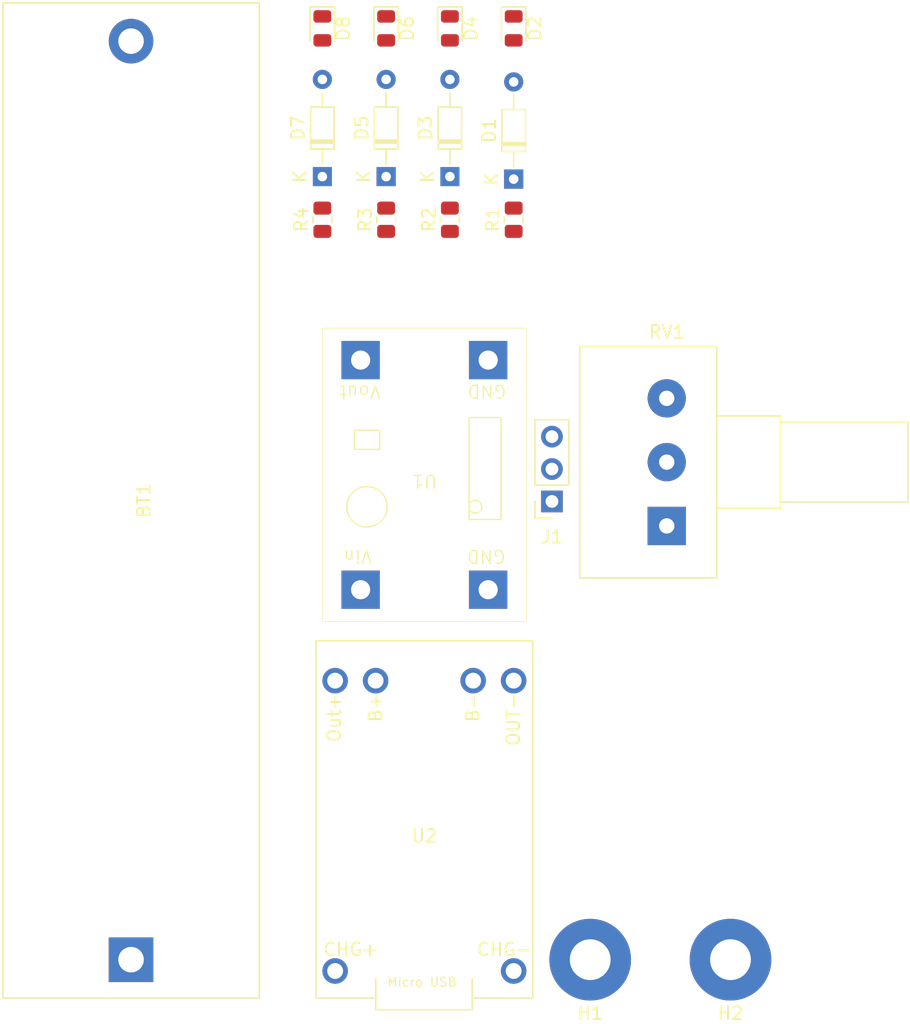
<source format=kicad_pcb>
(kicad_pcb (version 20240108) (generator "pcbnew") (generator_version "8.0")
  (layers (0 "F.Cu" signal) (31 "B.Cu" signal) (34 "B.Paste" user) (35 "F.Paste" user) (36 "B.SilkS" user "B.Silkscreen") (37 "F.SilkS" user "F.Silkscreen") (38 "B.Mask" user) (39 "F.Mask" user) (44 "Edge.Cuts" user))
  (net 0 "")
  (net 1 "Net-(BT1-+)")
  (net 2 "Net-(BT1--)")
  (net 3 "Net-(D1-A)")
  (net 4 "Net-(D1-K)")
  (net 5 "GND")
  (net 6 "Net-(D3-K)")
  (net 7 "Net-(D3-A)")
  (net 8 "Net-(D5-K)")
  (net 9 "Net-(D5-A)")
  (net 10 "Net-(D7-A)")
  (net 11 "Net-(D7-K)")
  (net 12 "Net-(U2-CHG-)")
  (net 13 "Net-(U2-CHG+)")
  (net 14 "/Vout")
  (net 15 "Net-(U1-Vin)")
  (net 16 "Net-(J1-Pin_3)")
  (net 17 "Net-(J1-Pin_1)")
  (net 18 "Net-(J1-Pin_2)")
  (footprint "LED_SMD:LED_0805_2012Metric" (layer "F.Cu") (at 141 57 -90)
    (property "Reference" "D6" (at 0 -1.65 90) (layer "F.SilkS"))
    (property "Value" "9v")
    (fp_line (start -1.685 0.96) (end 1 0.96) (stroke (width 0.12)) (layer "F.SilkS"))
    (fp_line (start -1.685 -0.96) (end -1.685 0.96) (stroke (width 0.12)) (layer "F.SilkS"))
    (fp_line (start 1 -0.96) (end -1.685 -0.96) (stroke (width 0.12)) (layer "F.SilkS"))
    (pad "1" smd roundrect (at -0.9375 0 270) (size 0.975 1.4) (layers "F.Cu" "F.Paste" "F.Mask") (net 5 "GND"))
    (pad "2" smd roundrect (at 0.9375 0 270) (size 0.975 1.4) (layers "F.Cu" "F.Paste" "F.Mask") (net 9 "Net-(D5-A)"))
  )
  (footprint "Resistor_SMD:R_0805_2012Metric" (layer "F.Cu") (at 136 72 90)
    (property "Reference" "R4" (at 0 -1.65 270) (layer "F.SilkS"))
    (property "Value" "560R")
    (fp_line (start -0.227064 -0.735) (end 0.227064 -0.735) (stroke (width 0.12)) (layer "F.SilkS"))
    (fp_line (start -0.227064 0.735) (end 0.227064 0.735) (stroke (width 0.12)) (layer "F.SilkS"))
    (pad "1" smd roundrect (at -0.9125 0 90) (size 1.025 1.4) (layers "F.Cu" "F.Paste" "F.Mask") (roundrect_rratio 0.243902) (net 14 "/Vout"))
    (pad "2" smd roundrect (at 0.9125 0 90) (size 1.025 1.4) (layers "F.Cu" "F.Paste" "F.Mask") (roundrect_rratio 0.243902) (net 11 "Net-(D7-K)"))
  )
  (footprint "Diode_THT:D_DO-34_SOD68_P7.62mm_Horizontal" (layer "F.Cu") (at 151 68.815 90)
    (property "Reference" "D1" (at 3.81 -1.92 270) (layer "F.SilkS"))
    (property "Value" "3.3V")
    (fp_line (start 5.45 -0.92) (end 2.17 -0.92) (stroke (width 0.12)) (layer "F.SilkS"))
    (fp_line (start 2.866 -0.92) (end 2.866 0.92) (stroke (width 0.12)) (layer "F.SilkS"))
    (fp_line (start 2.746 -0.92) (end 2.746 0.92) (stroke (width 0.12)) (layer "F.SilkS"))
    (fp_line (start 2.626 -0.92) (end 2.626 0.92) (stroke (width 0.12)) (layer "F.SilkS"))
    (fp_line (start 2.17 -0.92) (end 2.17 0.92) (stroke (width 0.12)) (layer "F.SilkS"))
    (fp_line (start 6.63 0) (end 5.45 0) (stroke (width 0.12)) (layer "F.SilkS"))
    (fp_line (start 0.99 0) (end 2.17 0) (stroke (width 0.12)) (layer "F.SilkS"))
    (fp_line (start 5.45 0.92) (end 5.45 -0.92) (stroke (width 0.12)) (layer "F.SilkS"))
    (fp_line (start 2.17 0.92) (end 5.45 0.92) (stroke (width 0.12)) (layer "F.SilkS"))
    (fp_text user "K" (at 0 -1.75 270) (layer "F.SilkS"))
    (pad "1" thru_hole rect (at 0 0 90) (size 1.5 1.5) (drill 0.75) (layers "*.Cu" "*.Mask") (net 4 "Net-(D1-K)"))
    (pad "2" thru_hole oval (at 7.62 0 90) (size 1.5 1.5) (drill 0.75) (layers "*.Cu" "*.Mask") (net 3 "Net-(D1-A)"))
  )
  (footprint "Battery:BatteryHolder_MPD_BH-18650-PC2" (layer "F.Cu") (at 121 130 90)
    (property "Reference" "BT1" (at 36 1 270) (layer "F.SilkS"))
    (property "Value" "18650_Cell")
    (fp_line (start 75 -10.05) (end 75 10.05) (stroke (width 0.12)) (layer "F.SilkS"))
    (fp_line (start -3 -10.05) (end 75 -10.05) (stroke (width 0.12)) (layer "F.SilkS"))
    (fp_line (start 75 10.05) (end -3 10.05) (stroke (width 0.12)) (layer "F.SilkS"))
    (fp_line (start -3 10.05) (end -3 -10.05) (stroke (width 0.12)) (layer "F.SilkS"))
    (pad "" np_thru_hole circle (at 8.645 0 90) (size 3.2 3.2) (drill 3.2) (layers "*.Cu" "*.Mask"))
    (pad "" np_thru_hole circle (at 64.255 0 90) (size 3.2 3.2) (drill 3.2) (layers "*.Cu" "*.Mask"))
    (pad "1" thru_hole rect (at 0 0 90) (size 3.5 3.5) (drill 2) (layers "*.Cu" "*.Mask") (net 1 "Net-(BT1-+)"))
    (pad "2" thru_hole circle (at 72 0 90) (size 3.5 3.5) (drill 2) (layers "*.Cu" "*.Mask") (net 2 "Net-(BT1--)"))
  )
  (footprint "Connector_PinSocket_2.54mm:PinSocket_1x03_P2.54mm_Vertical" (layer "F.Cu") (at 154 94.08 180)
    (property "Reference" "J1" (at 0 -2.77 180) (layer "F.SilkS"))
    (property "Value" "Conn_01x03")
    (fp_line (start 1.33 1.27) (end 1.33 6.41) (stroke (width 0.12)) (layer "F.SilkS"))
    (fp_line (start 1.33 -1.33) (end 1.33 0) (stroke (width 0.12)) (layer "F.SilkS"))
    (fp_line (start 0 -1.33) (end 1.33 -1.33) (stroke (width 0.12)) (layer "F.SilkS"))
    (fp_line (start -1.33 6.41) (end 1.33 6.41) (stroke (width 0.12)) (layer "F.SilkS"))
    (fp_line (start -1.33 1.27) (end 1.33 1.27) (stroke (width 0.12)) (layer "F.SilkS"))
    (fp_line (start -1.33 1.27) (end -1.33 6.41) (stroke (width 0.12)) (layer "F.SilkS"))
    (pad "1" thru_hole rect (at 0 0 180) (size 1.7 1.7) (drill 1) (layers "*.Cu" "*.Mask") (net 17 "Net-(J1-Pin_1)"))
    (pad "2" thru_hole oval (at 0 2.54 180) (size 1.7 1.7) (drill 1) (layers "*.Cu" "*.Mask") (net 18 "Net-(J1-Pin_2)"))
    (pad "3" thru_hole oval (at 0 5.08 180) (size 1.7 1.7) (drill 1) (layers "*.Cu" "*.Mask") (net 16 "Net-(J1-Pin_3)"))
  )
  (footprint "Diode_THT:D_DO-34_SOD68_P7.62mm_Horizontal" (layer "F.Cu") (at 141 68.62 90)
    (property "Reference" "D5" (at 3.81 -1.92 270) (layer "F.SilkS"))
    (property "Value" "9.1V")
    (fp_line (start 5.45 -0.92) (end 2.17 -0.92) (stroke (width 0.12)) (layer "F.SilkS"))
    (fp_line (start 2.866 -0.92) (end 2.866 0.92) (stroke (width 0.12)) (layer "F.SilkS"))
    (fp_line (start 2.746 -0.92) (end 2.746 0.92) (stroke (width 0.12)) (layer "F.SilkS"))
    (fp_line (start 2.626 -0.92) (end 2.626 0.92) (stroke (width 0.12)) (layer "F.SilkS"))
    (fp_line (start 2.17 -0.92) (end 2.17 0.92) (stroke (width 0.12)) (layer "F.SilkS"))
    (fp_line (start 6.63 0) (end 5.45 0) (stroke (width 0.12)) (layer "F.SilkS"))
    (fp_line (start 0.99 0) (end 2.17 0) (stroke (width 0.12)) (layer "F.SilkS"))
    (fp_line (start 5.45 0.92) (end 5.45 -0.92) (stroke (width 0.12)) (layer "F.SilkS"))
    (fp_line (start 2.17 0.92) (end 5.45 0.92) (stroke (width 0.12)) (layer "F.SilkS"))
    (fp_text user "K" (at 0 -1.75 270) (layer "F.SilkS"))
    (pad "1" thru_hole rect (at 0 0 90) (size 1.5 1.5) (drill 0.75) (layers "*.Cu" "*.Mask") (net 8 "Net-(D5-K)"))
    (pad "2" thru_hole oval (at 7.62 0 90) (size 1.5 1.5) (drill 0.75) (layers "*.Cu" "*.Mask") (net 9 "Net-(D5-A)"))
  )
  (footprint "Diode_THT:D_DO-34_SOD68_P7.62mm_Horizontal" (layer "F.Cu") (at 146 68.62 90)
    (property "Reference" "D3" (at 3.81 -1.92 270) (layer "F.SilkS"))
    (property "Value" "5.1V")
    (fp_line (start 5.45 -0.92) (end 2.17 -0.92) (stroke (width 0.12)) (layer "F.SilkS"))
    (fp_line (start 2.866 -0.92) (end 2.866 0.92) (stroke (width 0.12)) (layer "F.SilkS"))
    (fp_line (start 2.746 -0.92) (end 2.746 0.92) (stroke (width 0.12)) (layer "F.SilkS"))
    (fp_line (start 2.626 -0.92) (end 2.626 0.92) (stroke (width 0.12)) (layer "F.SilkS"))
    (fp_line (start 2.17 -0.92) (end 2.17 0.92) (stroke (width 0.12)) (layer "F.SilkS"))
    (fp_line (start 6.63 0) (end 5.45 0) (stroke (width 0.12)) (layer "F.SilkS"))
    (fp_line (start 0.99 0) (end 2.17 0) (stroke (width 0.12)) (layer "F.SilkS"))
    (fp_line (start 5.45 0.92) (end 5.45 -0.92) (stroke (width 0.12)) (layer "F.SilkS"))
    (fp_line (start 2.17 0.92) (end 5.45 0.92) (stroke (width 0.12)) (layer "F.SilkS"))
    (fp_text user "K" (at 0 -1.75 270) (layer "F.SilkS"))
    (pad "1" thru_hole rect (at 0 0 90) (size 1.5 1.5) (drill 0.75) (layers "*.Cu" "*.Mask") (net 6 "Net-(D3-K)"))
    (pad "2" thru_hole oval (at 7.62 0 90) (size 1.5 1.5) (drill 0.75) (layers "*.Cu" "*.Mask") (net 7 "Net-(D3-A)"))
  )
  (footprint "Resistor_SMD:R_0805_2012Metric" (layer "F.Cu") (at 151 72 90)
    (property "Reference" "R1" (at 0 -1.65 270) (layer "F.SilkS"))
    (property "Value" "560R")
    (fp_line (start -0.227064 -0.735) (end 0.227064 -0.735) (stroke (width 0.12)) (layer "F.SilkS"))
    (fp_line (start -0.227064 0.735) (end 0.227064 0.735) (stroke (width 0.12)) (layer "F.SilkS"))
    (pad "1" smd roundrect (at -0.9125 0 90) (size 1.025 1.4) (layers "F.Cu" "F.Paste" "F.Mask") (roundrect_rratio 0.243902) (net 14 "/Vout"))
    (pad "2" smd roundrect (at 0.9125 0 90) (size 1.025 1.4) (layers "F.Cu" "F.Paste" "F.Mask") (roundrect_rratio 0.243902) (net 4 "Net-(D1-K)"))
  )
  (footprint "0_user_lib:TP4056-Module" (layer "F.Cu") (at 144 119)
    (property "Reference" "U2" (at 0 1.2954 360) (layer "F.SilkS"))
    (property "Value" "TP4056")
    (fp_line (start -8.5 -14) (end -8.5 14) (stroke (width 0.12)) (layer "F.SilkS"))
    (fp_line (start -8.5 14) (end -3.81 14) (stroke (width 0.12)) (layer "F.SilkS"))
    (fp_line (start -3.81 14.9225) (end -3.81 12.5095) (stroke (width 0.12)) (layer "F.SilkS"))
    (fp_line (start -3.81 14.9225) (end 3.7465 14.9225) (stroke (width 0.12)) (layer "F.SilkS"))
    (fp_line (start 3.7465 14.9225) (end 3.7465 12.5095) (stroke (width 0.12)) (layer "F.SilkS"))
    (fp_line (start 3.81 14) (end 8.5 14) (stroke (width 0.12)) (layer "F.SilkS"))
    (fp_line (start 8.5 -14) (end -8.5 -14) (stroke (width 0.12)) (layer "F.SilkS"))
    (fp_line (start 8.5 14) (end 8.5 -14) (stroke (width 0.12)) (layer "F.SilkS"))
    (fp_text user "Micro USB" (at -0.1905 12.7635 360) (layer "F.SilkS") (effects (font (size 0.7 0.7) (thickness 0.1))))
    (fp_text user "OUT-" (at 6.9723 -7.8105 90) (layer "F.SilkS"))
    (fp_text user "B+" (at -3.8227 -8.7376 90) (layer "F.SilkS"))
    (fp_text user "B-" (at 3.7846 -8.7376 90) (layer "F.SilkS"))
    (fp_text user "Out+" (at -7.0612 -7.9375 90) (layer "F.SilkS"))
    (fp_text user "CHG-" (at 6.2611 10.1981 360) (layer "F.SilkS"))
    (fp_text user "CHG+" (at -5.7912 10.1981 360) (layer "F.SilkS"))
    (pad "1" thru_hole circle (at -6.9977 11.8872) (size 2 2) (drill 1.24) (layers "*.Cu" "*.Mask") (net 13 "Net-(U2-CHG+)"))
    (pad "2" thru_hole circle (at 6.9977 11.8872) (size 2 2) (drill 1.24) (layers "*.Cu" "*.Mask") (net 12 "Net-(U2-CHG-)"))
    (pad "3" thru_hole circle (at -6.9977 -10.8712) (size 2 2) (drill 1.24) (layers "*.Cu" "*.Mask") (net 15 "Net-(U1-Vin)"))
    (pad "4" thru_hole circle (at 6.9977 -10.8712) (size 2 2) (drill 1.24) (layers "*.Cu" "*.Mask") (net 5 "GND"))
    (pad "5" thru_hole circle (at -3.8227 -10.8712) (size 2 2) (drill 1.24) (layers "*.Cu" "*.Mask") (net 1 "Net-(BT1-+)"))
    (pad "6" thru_hole circle (at 3.8227 -10.8712) (size 2 2) (drill 1.24) (layers "*.Cu" "*.Mask") (net 2 "Net-(BT1--)"))
  )
  (footprint "Potentiometer_THT:Potentiometer_Alps_RK163_Single_Horizontal" (layer "F.Cu") (at 163 96 180)
    (property "Reference" "RV1" (at 0 15.2 180) (layer "F.SilkS"))
    (property "Value" "R_Potentiometer")
    (fp_line (start 6.82 14.07) (end 6.82 -4.07) (stroke (width 0.12)) (layer "F.SilkS"))
    (fp_line (start 6.82 14.07) (end -3.92 14.07) (stroke (width 0.12)) (layer "F.SilkS"))
    (fp_line (start 6.82 -4.07) (end -3.92 -4.07) (stroke (width 0.12)) (layer "F.SilkS"))
    (fp_line (start -3.92 14.07) (end -3.92 -4.07) (stroke (width 0.12)) (layer "F.SilkS"))
    (fp_line (start -3.92 8.62) (end -8.92 8.62) (stroke (width 0.12)) (layer "F.SilkS"))
    (fp_line (start -3.92 1.38) (end -8.92 1.38) (stroke (width 0.12)) (layer "F.SilkS"))
    (fp_line (start -8.92 8.62) (end -8.92 1.38) (stroke (width 0.12)) (layer "F.SilkS"))
    (fp_line (start -8.92 8.12) (end -18.92 8.12) (stroke (width 0.12)) (layer "F.SilkS"))
    (fp_line (start -8.92 1.88) (end -18.92 1.88) (stroke (width 0.12)) (layer "F.SilkS"))
    (fp_line (start -18.92 8.12) (end -18.92 1.88) (stroke (width 0.12)) (layer "F.SilkS"))
    (pad "1" thru_hole rect (at 0 0) (size 3 3) (drill 1.2) (layers "*.Cu" "*.Mask") (net 17 "Net-(J1-Pin_1)"))
    (pad "2" thru_hole circle (at 0 5) (size 3 3) (drill 1.2) (layers "*.Cu" "*.Mask") (net 18 "Net-(J1-Pin_2)"))
    (pad "3" thru_hole circle (at 0 10) (size 3 3) (drill 1.2) (layers "*.Cu" "*.Mask") (net 16 "Net-(J1-Pin_3)"))
  )
  (footprint "LED_SMD:LED_0805_2012Metric" (layer "F.Cu") (at 136 57 -90)
    (property "Reference" "D8" (at 0 -1.65 90) (layer "F.SilkS"))
    (property "Value" "12v")
    (fp_line (start -1.685 0.96) (end 1 0.96) (stroke (width 0.12)) (layer "F.SilkS"))
    (fp_line (start -1.685 -0.96) (end -1.685 0.96) (stroke (width 0.12)) (layer "F.SilkS"))
    (fp_line (start 1 -0.96) (end -1.685 -0.96) (stroke (width 0.12)) (layer "F.SilkS"))
    (pad "1" smd roundrect (at -0.9375 0 270) (size 0.975 1.4) (layers "F.Cu" "F.Paste" "F.Mask") (net 5 "GND"))
    (pad "2" smd roundrect (at 0.9375 0 270) (size 0.975 1.4) (layers "F.Cu" "F.Paste" "F.Mask") (net 10 "Net-(D7-A)"))
  )
  (footprint "Resistor_SMD:R_0805_2012Metric" (layer "F.Cu") (at 146 72 90)
    (property "Reference" "R2" (at 0 -1.65 270) (layer "F.SilkS"))
    (property "Value" "560R")
    (fp_line (start -0.227064 -0.735) (end 0.227064 -0.735) (stroke (width 0.12)) (layer "F.SilkS"))
    (fp_line (start -0.227064 0.735) (end 0.227064 0.735) (stroke (width 0.12)) (layer "F.SilkS"))
    (pad "1" smd roundrect (at -0.9125 0 90) (size 1.025 1.4) (layers "F.Cu" "F.Paste" "F.Mask") (roundrect_rratio 0.243902) (net 14 "/Vout"))
    (pad "2" smd roundrect (at 0.9125 0 90) (size 1.025 1.4) (layers "F.Cu" "F.Paste" "F.Mask") (roundrect_rratio 0.243902) (net 6 "Net-(D3-K)"))
  )
  (footprint "MountingHole:MountingHole_3.2mm_M3_Pad" (layer "F.Cu") (at 168 130 180)
    (property "Reference" "H2" (at 0 -4.2 180) (layer "F.SilkS"))
    (property "Value" "CHG+")
    (pad "1" thru_hole circle (at 0 0 180) (size 6.4 6.4) (drill 3.2) (layers "*.Cu" "*.Mask") (net 13 "Net-(U2-CHG+)"))
  )
  (footprint "Resistor_SMD:R_0805_2012Metric" (layer "F.Cu") (at 141 72 90)
    (property "Reference" "R3" (at 0 -1.65 270) (layer "F.SilkS"))
    (property "Value" "560R")
    (fp_line (start -0.227064 -0.735) (end 0.227064 -0.735) (stroke (width 0.12)) (layer "F.SilkS"))
    (fp_line (start -0.227064 0.735) (end 0.227064 0.735) (stroke (width 0.12)) (layer "F.SilkS"))
    (pad "1" smd roundrect (at -0.9125 0 90) (size 1.025 1.4) (layers "F.Cu" "F.Paste" "F.Mask") (roundrect_rratio 0.243902) (net 14 "/Vout"))
    (pad "2" smd roundrect (at 0.9125 0 90) (size 1.025 1.4) (layers "F.Cu" "F.Paste" "F.Mask") (roundrect_rratio 0.243902) (net 8 "Net-(D5-K)"))
  )
  (footprint "LED_SMD:LED_0805_2012Metric" (layer "F.Cu") (at 151 57 -90)
    (property "Reference" "D2" (at 0 -1.65 90) (layer "F.SilkS"))
    (property "Value" "3v3")
    (fp_line (start -1.685 0.96) (end 1 0.96) (stroke (width 0.12)) (layer "F.SilkS"))
    (fp_line (start -1.685 -0.96) (end -1.685 0.96) (stroke (width 0.12)) (layer "F.SilkS"))
    (fp_line (start 1 -0.96) (end -1.685 -0.96) (stroke (width 0.12)) (layer "F.SilkS"))
    (pad "1" smd roundrect (at -0.9375 0 270) (size 0.975 1.4) (layers "F.Cu" "F.Paste" "F.Mask") (net 5 "GND"))
    (pad "2" smd roundrect (at 0.9375 0 270) (size 0.975 1.4) (layers "F.Cu" "F.Paste" "F.Mask") (net 3 "Net-(D1-A)"))
  )
  (footprint "0_user_lib:DCDC_StepUp" (layer "F.Cu") (at 144 92 180)
    (property "Reference" "U1" (at 0 -0.5 180) (layer "F.SilkS") (effects (font (thickness 0.1))))
    (property "Value" "3.3V->5V")
    (fp_rect (start 3.5 2) (end 5.5 3.5) (stroke (width 0.1)) (fill none) (layer "F.SilkS"))
    (fp_rect (start -6 -3.5) (end -3.5 4.5) (stroke (width 0.1)) (fill none) (layer "F.SilkS"))
    (fp_rect (start -8 -11.5) (end 8 11.5) (stroke (width 0.05)) (fill none) (layer "F.SilkS"))
    (fp_circle (center 4.5 -2.5) (end 4 -1) (stroke (width 0.1)) (fill none) (layer "F.SilkS"))
    (fp_circle (center -4 -2.5) (end -4 -2) (stroke (width 0.1)) (fill none) (layer "F.SilkS"))
    (fp_text user "Vin" (at 4.05 -5.8 180) (layer "F.SilkS") (effects (font (thickness 0.1)) (justify left bottom)))
    (fp_text user "Vout" (at 3.35 7.1 180) (layer "F.SilkS") (effects (font (thickness 0.1)) (justify left bottom)))
    (fp_text user "GND" (at -6.5 7.15 180) (layer "F.SilkS") (effects (font (thickness 0.1)) (justify left bottom)))
    (fp_text user "GND" (at -6.45 -5.8 180) (layer "F.SilkS") (effects (font (thickness 0.1)) (justify left bottom)))
    (pad "1" thru_hole rect (at 5 -9 180) (size 3 3) (drill 1.5) (layers "*.Cu" "*.Mask") (net 15 "Net-(U1-Vin)"))
    (pad "2" thru_hole rect (at -5 -9 180) (size 3 3) (drill 1.5) (layers "*.Cu" "*.Mask") (net 5 "GND"))
    (pad "3" thru_hole rect (at 5 9 180) (size 3 3) (drill 1.5) (layers "*.Cu" "*.Mask") (net 14 "/Vout"))
    (pad "4" thru_hole rect (at -5 9 180) (size 3 3) (drill 1.5) (layers "*.Cu" "*.Mask") (net 5 "GND"))
  )
  (footprint "MountingHole:MountingHole_3.2mm_M3_Pad" (layer "F.Cu") (at 157 130 180)
    (property "Reference" "H1" (at 0 -4.2 180) (layer "F.SilkS"))
    (property "Value" "CHG-")
    (pad "1" thru_hole circle (at 0 0 180) (size 6.4 6.4) (drill 3.2) (layers "*.Cu" "*.Mask") (net 12 "Net-(U2-CHG-)"))
  )
  (footprint "LED_SMD:LED_0805_2012Metric" (layer "F.Cu") (at 146 57 -90)
    (property "Reference" "D4" (at 0 -1.65 90) (layer "F.SilkS"))
    (property "Value" "5v")
    (fp_line (start -1.685 0.96) (end 1 0.96) (stroke (width 0.12)) (layer "F.SilkS"))
    (fp_line (start -1.685 -0.96) (end -1.685 0.96) (stroke (width 0.12)) (layer "F.SilkS"))
    (fp_line (start 1 -0.96) (end -1.685 -0.96) (stroke (width 0.12)) (layer "F.SilkS"))
    (pad "1" smd roundrect (at -0.9375 0 270) (size 0.975 1.4) (layers "F.Cu" "F.Paste" "F.Mask") (net 5 "GND"))
    (pad "2" smd roundrect (at 0.9375 0 270) (size 0.975 1.4) (layers "F.Cu" "F.Paste" "F.Mask") (net 7 "Net-(D3-A)"))
  )
  (footprint "Diode_THT:D_DO-34_SOD68_P7.62mm_Horizontal" (layer "F.Cu") (at 136 68.62 90)
    (property "Reference" "D7" (at 3.81 -1.92 270) (layer "F.SilkS"))
    (property "Value" "12V")
    (fp_line (start 5.45 -0.92) (end 2.17 -0.92) (stroke (width 0.12)) (layer "F.SilkS"))
    (fp_line (start 2.866 -0.92) (end 2.866 0.92) (stroke (width 0.12)) (layer "F.SilkS"))
    (fp_line (start 2.746 -0.92) (end 2.746 0.92) (stroke (width 0.12)) (layer "F.SilkS"))
    (fp_line (start 2.626 -0.92) (end 2.626 0.92) (stroke (width 0.12)) (layer "F.SilkS"))
    (fp_line (start 2.17 -0.92) (end 2.17 0.92) (stroke (width 0.12)) (layer "F.SilkS"))
    (fp_line (start 6.63 0) (end 5.45 0) (stroke (width 0.12)) (layer "F.SilkS"))
    (fp_line (start 0.99 0) (end 2.17 0) (stroke (width 0.12)) (layer "F.SilkS"))
    (fp_line (start 5.45 0.92) (end 5.45 -0.92) (stroke (width 0.12)) (layer "F.SilkS"))
    (fp_line (start 2.17 0.92) (end 5.45 0.92) (stroke (width 0.12)) (layer "F.SilkS"))
    (fp_text user "K" (at 0 -1.75 270) (layer "F.SilkS"))
    (pad "1" thru_hole rect (at 0 0 90) (size 1.5 1.5) (drill 0.75) (layers "*.Cu" "*.Mask") (net 11 "Net-(D7-K)"))
    (pad "2" thru_hole oval (at 7.62 0 90) (size 1.5 1.5) (drill 0.75) (layers "*.Cu" "*.Mask") (net 10 "Net-(D7-A)"))
  )
)
</source>
